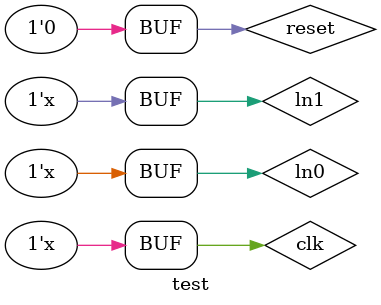
<source format=v>
`timescale 1ns / 1ps


module test;

	// Inputs
	reg ln0;
	reg ln1;
	reg clk;
	reg reset;

	// Outputs
	wire [3:0] dataout;

	// Instantiate the Unit Under Test (UUT)
	oneshot uut (
		.ln0(ln0), 
		.ln1(ln1), 
		.clk(clk), 
		.reset(reset), 
		.dataout(dataout)
	);

	initial begin
		// Initialize Inputs
		ln0 = 0;
		ln1 = 0;
		clk = 0;
		reset = 0;

		// Wait 100 ns for global reset to finish
		#100;
        
		// Add stimulus here

	end
	
	always begin 
		#10 clk = ~clk;
	end
	
	always begin
		#50 ln0 = ~ln0;
	end
	
	always begin
		#135 ln1 = ~ln1;
	end
	
      
endmodule


</source>
